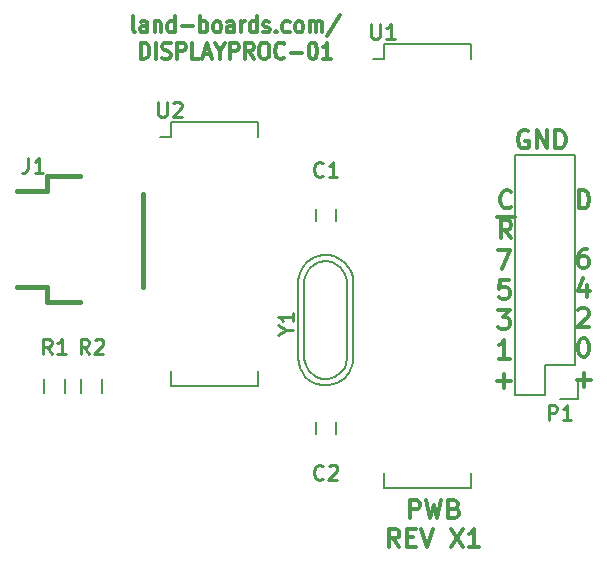
<source format=gto>
G04 #@! TF.FileFunction,Legend,Top*
%FSLAX46Y46*%
G04 Gerber Fmt 4.6, Leading zero omitted, Abs format (unit mm)*
G04 Created by KiCad (PCBNEW (after 2015-mar-04 BZR unknown)-product) date 11/11/2016 2:11:17 PM*
%MOMM*%
G01*
G04 APERTURE LIST*
%ADD10C,0.150000*%
%ADD11C,0.304800*%
%ADD12C,0.381000*%
%ADD13C,0.254000*%
G04 APERTURE END LIST*
D10*
D11*
X196813714Y-102035429D02*
X196305714Y-101309714D01*
X195942857Y-102035429D02*
X195942857Y-100511429D01*
X196523429Y-100511429D01*
X196668571Y-100584000D01*
X196741143Y-100656571D01*
X196813714Y-100801714D01*
X196813714Y-101019429D01*
X196741143Y-101164571D01*
X196668571Y-101237143D01*
X196523429Y-101309714D01*
X195942857Y-101309714D01*
X195580000Y-100248720D02*
X197104000Y-100248720D01*
X202546857Y-99495429D02*
X202546857Y-97971429D01*
X202909714Y-97971429D01*
X203127429Y-98044000D01*
X203272571Y-98189143D01*
X203345143Y-98334286D01*
X203417714Y-98624571D01*
X203417714Y-98842286D01*
X203345143Y-99132571D01*
X203272571Y-99277714D01*
X203127429Y-99422857D01*
X202909714Y-99495429D01*
X202546857Y-99495429D01*
X195685834Y-103042055D02*
X196744167Y-103042055D01*
X196063810Y-104629555D01*
X196592977Y-105569355D02*
X195837024Y-105569355D01*
X195761429Y-106325307D01*
X195837024Y-106249712D01*
X195988215Y-106174117D01*
X196366191Y-106174117D01*
X196517381Y-106249712D01*
X196592977Y-106325307D01*
X196668572Y-106476498D01*
X196668572Y-106854474D01*
X196592977Y-107005664D01*
X196517381Y-107081260D01*
X196366191Y-107156855D01*
X195988215Y-107156855D01*
X195837024Y-107081260D01*
X195761429Y-107005664D01*
X195685834Y-108096655D02*
X196668572Y-108096655D01*
X196139405Y-108701417D01*
X196366191Y-108701417D01*
X196517381Y-108777012D01*
X196592977Y-108852607D01*
X196668572Y-109003798D01*
X196668572Y-109381774D01*
X196592977Y-109532964D01*
X196517381Y-109608560D01*
X196366191Y-109684155D01*
X195912619Y-109684155D01*
X195761429Y-109608560D01*
X195685834Y-109532964D01*
X196668572Y-112211455D02*
X195761429Y-112211455D01*
X196215000Y-112211455D02*
X196215000Y-110623955D01*
X196063810Y-110850740D01*
X195912619Y-111001931D01*
X195761429Y-111077526D01*
X195610238Y-114133993D02*
X196819762Y-114133993D01*
X196215000Y-114738755D02*
X196215000Y-113529231D01*
X203248381Y-102915055D02*
X202946000Y-102915055D01*
X202794810Y-102990650D01*
X202719215Y-103066245D01*
X202568024Y-103293031D01*
X202492429Y-103595412D01*
X202492429Y-104200174D01*
X202568024Y-104351364D01*
X202643619Y-104426960D01*
X202794810Y-104502555D01*
X203097191Y-104502555D01*
X203248381Y-104426960D01*
X203323977Y-104351364D01*
X203399572Y-104200174D01*
X203399572Y-103822198D01*
X203323977Y-103671007D01*
X203248381Y-103595412D01*
X203097191Y-103519817D01*
X202794810Y-103519817D01*
X202643619Y-103595412D01*
X202568024Y-103671007D01*
X202492429Y-103822198D01*
X203248381Y-105971521D02*
X203248381Y-107029855D01*
X202870405Y-105366760D02*
X202492429Y-106500688D01*
X203475167Y-106500688D01*
X202492429Y-108120845D02*
X202568024Y-108045250D01*
X202719215Y-107969655D01*
X203097191Y-107969655D01*
X203248381Y-108045250D01*
X203323977Y-108120845D01*
X203399572Y-108272036D01*
X203399572Y-108423226D01*
X203323977Y-108650012D01*
X202416834Y-109557155D01*
X203399572Y-109557155D01*
X202870405Y-110496955D02*
X203021596Y-110496955D01*
X203172786Y-110572550D01*
X203248381Y-110648145D01*
X203323977Y-110799336D01*
X203399572Y-111101717D01*
X203399572Y-111479693D01*
X203323977Y-111782074D01*
X203248381Y-111933264D01*
X203172786Y-112008860D01*
X203021596Y-112084455D01*
X202870405Y-112084455D01*
X202719215Y-112008860D01*
X202643619Y-111933264D01*
X202568024Y-111782074D01*
X202492429Y-111479693D01*
X202492429Y-111101717D01*
X202568024Y-110799336D01*
X202643619Y-110648145D01*
X202719215Y-110572550D01*
X202870405Y-110496955D01*
X202341238Y-114006993D02*
X203550762Y-114006993D01*
X202946000Y-114611755D02*
X202946000Y-113402231D01*
X196813714Y-99350286D02*
X196741143Y-99422857D01*
X196523429Y-99495429D01*
X196378286Y-99495429D01*
X196160571Y-99422857D01*
X196015429Y-99277714D01*
X195942857Y-99132571D01*
X195870286Y-98842286D01*
X195870286Y-98624571D01*
X195942857Y-98334286D01*
X196015429Y-98189143D01*
X196160571Y-98044000D01*
X196378286Y-97971429D01*
X196523429Y-97971429D01*
X196741143Y-98044000D01*
X196813714Y-98116571D01*
X198228858Y-92964000D02*
X198083715Y-92891429D01*
X197866001Y-92891429D01*
X197648286Y-92964000D01*
X197503144Y-93109143D01*
X197430572Y-93254286D01*
X197358001Y-93544571D01*
X197358001Y-93762286D01*
X197430572Y-94052571D01*
X197503144Y-94197714D01*
X197648286Y-94342857D01*
X197866001Y-94415429D01*
X198011144Y-94415429D01*
X198228858Y-94342857D01*
X198301429Y-94270286D01*
X198301429Y-93762286D01*
X198011144Y-93762286D01*
X198954572Y-94415429D02*
X198954572Y-92891429D01*
X199825429Y-94415429D01*
X199825429Y-92891429D01*
X200551143Y-94415429D02*
X200551143Y-92891429D01*
X200914000Y-92891429D01*
X201131715Y-92964000D01*
X201276857Y-93109143D01*
X201349429Y-93254286D01*
X201422000Y-93544571D01*
X201422000Y-93762286D01*
X201349429Y-94052571D01*
X201276857Y-94197714D01*
X201131715Y-94342857D01*
X200914000Y-94415429D01*
X200551143Y-94415429D01*
X164985095Y-84591676D02*
X164864142Y-84525152D01*
X164803666Y-84392105D01*
X164803666Y-83194676D01*
X166013190Y-84591676D02*
X166013190Y-83859914D01*
X165952713Y-83726867D01*
X165831761Y-83660343D01*
X165589856Y-83660343D01*
X165468904Y-83726867D01*
X166013190Y-84525152D02*
X165892237Y-84591676D01*
X165589856Y-84591676D01*
X165468904Y-84525152D01*
X165408428Y-84392105D01*
X165408428Y-84259057D01*
X165468904Y-84126010D01*
X165589856Y-84059486D01*
X165892237Y-84059486D01*
X166013190Y-83992962D01*
X166617952Y-83660343D02*
X166617952Y-84591676D01*
X166617952Y-83793390D02*
X166678428Y-83726867D01*
X166799381Y-83660343D01*
X166980809Y-83660343D01*
X167101761Y-83726867D01*
X167162238Y-83859914D01*
X167162238Y-84591676D01*
X168311286Y-84591676D02*
X168311286Y-83194676D01*
X168311286Y-84525152D02*
X168190333Y-84591676D01*
X167948429Y-84591676D01*
X167827476Y-84525152D01*
X167767000Y-84458629D01*
X167706524Y-84325581D01*
X167706524Y-83926438D01*
X167767000Y-83793390D01*
X167827476Y-83726867D01*
X167948429Y-83660343D01*
X168190333Y-83660343D01*
X168311286Y-83726867D01*
X168916048Y-84059486D02*
X169883667Y-84059486D01*
X170488429Y-84591676D02*
X170488429Y-83194676D01*
X170488429Y-83726867D02*
X170609381Y-83660343D01*
X170851286Y-83660343D01*
X170972238Y-83726867D01*
X171032715Y-83793390D01*
X171093191Y-83926438D01*
X171093191Y-84325581D01*
X171032715Y-84458629D01*
X170972238Y-84525152D01*
X170851286Y-84591676D01*
X170609381Y-84591676D01*
X170488429Y-84525152D01*
X171818906Y-84591676D02*
X171697953Y-84525152D01*
X171637477Y-84458629D01*
X171577001Y-84325581D01*
X171577001Y-83926438D01*
X171637477Y-83793390D01*
X171697953Y-83726867D01*
X171818906Y-83660343D01*
X172000334Y-83660343D01*
X172121286Y-83726867D01*
X172181763Y-83793390D01*
X172242239Y-83926438D01*
X172242239Y-84325581D01*
X172181763Y-84458629D01*
X172121286Y-84525152D01*
X172000334Y-84591676D01*
X171818906Y-84591676D01*
X173330811Y-84591676D02*
X173330811Y-83859914D01*
X173270334Y-83726867D01*
X173149382Y-83660343D01*
X172907477Y-83660343D01*
X172786525Y-83726867D01*
X173330811Y-84525152D02*
X173209858Y-84591676D01*
X172907477Y-84591676D01*
X172786525Y-84525152D01*
X172726049Y-84392105D01*
X172726049Y-84259057D01*
X172786525Y-84126010D01*
X172907477Y-84059486D01*
X173209858Y-84059486D01*
X173330811Y-83992962D01*
X173935573Y-84591676D02*
X173935573Y-83660343D01*
X173935573Y-83926438D02*
X173996049Y-83793390D01*
X174056525Y-83726867D01*
X174177478Y-83660343D01*
X174298430Y-83660343D01*
X175266049Y-84591676D02*
X175266049Y-83194676D01*
X175266049Y-84525152D02*
X175145096Y-84591676D01*
X174903192Y-84591676D01*
X174782239Y-84525152D01*
X174721763Y-84458629D01*
X174661287Y-84325581D01*
X174661287Y-83926438D01*
X174721763Y-83793390D01*
X174782239Y-83726867D01*
X174903192Y-83660343D01*
X175145096Y-83660343D01*
X175266049Y-83726867D01*
X175810335Y-84525152D02*
X175931287Y-84591676D01*
X176173192Y-84591676D01*
X176294144Y-84525152D01*
X176354620Y-84392105D01*
X176354620Y-84325581D01*
X176294144Y-84192533D01*
X176173192Y-84126010D01*
X175991763Y-84126010D01*
X175870811Y-84059486D01*
X175810335Y-83926438D01*
X175810335Y-83859914D01*
X175870811Y-83726867D01*
X175991763Y-83660343D01*
X176173192Y-83660343D01*
X176294144Y-83726867D01*
X176898906Y-84458629D02*
X176959382Y-84525152D01*
X176898906Y-84591676D01*
X176838430Y-84525152D01*
X176898906Y-84458629D01*
X176898906Y-84591676D01*
X178047954Y-84525152D02*
X177927001Y-84591676D01*
X177685097Y-84591676D01*
X177564144Y-84525152D01*
X177503668Y-84458629D01*
X177443192Y-84325581D01*
X177443192Y-83926438D01*
X177503668Y-83793390D01*
X177564144Y-83726867D01*
X177685097Y-83660343D01*
X177927001Y-83660343D01*
X178047954Y-83726867D01*
X178773668Y-84591676D02*
X178652715Y-84525152D01*
X178592239Y-84458629D01*
X178531763Y-84325581D01*
X178531763Y-83926438D01*
X178592239Y-83793390D01*
X178652715Y-83726867D01*
X178773668Y-83660343D01*
X178955096Y-83660343D01*
X179076048Y-83726867D01*
X179136525Y-83793390D01*
X179197001Y-83926438D01*
X179197001Y-84325581D01*
X179136525Y-84458629D01*
X179076048Y-84525152D01*
X178955096Y-84591676D01*
X178773668Y-84591676D01*
X179741287Y-84591676D02*
X179741287Y-83660343D01*
X179741287Y-83793390D02*
X179801763Y-83726867D01*
X179922716Y-83660343D01*
X180104144Y-83660343D01*
X180225096Y-83726867D01*
X180285573Y-83859914D01*
X180285573Y-84591676D01*
X180285573Y-83859914D02*
X180346049Y-83726867D01*
X180467001Y-83660343D01*
X180648430Y-83660343D01*
X180769382Y-83726867D01*
X180829858Y-83859914D01*
X180829858Y-84591676D01*
X182341763Y-83128152D02*
X181253191Y-84924295D01*
X165438667Y-86852276D02*
X165438667Y-85455276D01*
X165741048Y-85455276D01*
X165922476Y-85521800D01*
X166043429Y-85654848D01*
X166103905Y-85787895D01*
X166164381Y-86053990D01*
X166164381Y-86253562D01*
X166103905Y-86519657D01*
X166043429Y-86652705D01*
X165922476Y-86785752D01*
X165741048Y-86852276D01*
X165438667Y-86852276D01*
X166708667Y-86852276D02*
X166708667Y-85455276D01*
X167252953Y-86785752D02*
X167434381Y-86852276D01*
X167736762Y-86852276D01*
X167857715Y-86785752D01*
X167918191Y-86719229D01*
X167978667Y-86586181D01*
X167978667Y-86453133D01*
X167918191Y-86320086D01*
X167857715Y-86253562D01*
X167736762Y-86187038D01*
X167494858Y-86120514D01*
X167373905Y-86053990D01*
X167313429Y-85987467D01*
X167252953Y-85854419D01*
X167252953Y-85721371D01*
X167313429Y-85588324D01*
X167373905Y-85521800D01*
X167494858Y-85455276D01*
X167797238Y-85455276D01*
X167978667Y-85521800D01*
X168522953Y-86852276D02*
X168522953Y-85455276D01*
X169006762Y-85455276D01*
X169127715Y-85521800D01*
X169188191Y-85588324D01*
X169248667Y-85721371D01*
X169248667Y-85920943D01*
X169188191Y-86053990D01*
X169127715Y-86120514D01*
X169006762Y-86187038D01*
X168522953Y-86187038D01*
X170397715Y-86852276D02*
X169792953Y-86852276D01*
X169792953Y-85455276D01*
X170760572Y-86453133D02*
X171365334Y-86453133D01*
X170639619Y-86852276D02*
X171062953Y-85455276D01*
X171486286Y-86852276D01*
X172151524Y-86187038D02*
X172151524Y-86852276D01*
X171728190Y-85455276D02*
X172151524Y-86187038D01*
X172574857Y-85455276D01*
X172998190Y-86852276D02*
X172998190Y-85455276D01*
X173481999Y-85455276D01*
X173602952Y-85521800D01*
X173663428Y-85588324D01*
X173723904Y-85721371D01*
X173723904Y-85920943D01*
X173663428Y-86053990D01*
X173602952Y-86120514D01*
X173481999Y-86187038D01*
X172998190Y-86187038D01*
X174993904Y-86852276D02*
X174570571Y-86187038D01*
X174268190Y-86852276D02*
X174268190Y-85455276D01*
X174751999Y-85455276D01*
X174872952Y-85521800D01*
X174933428Y-85588324D01*
X174993904Y-85721371D01*
X174993904Y-85920943D01*
X174933428Y-86053990D01*
X174872952Y-86120514D01*
X174751999Y-86187038D01*
X174268190Y-86187038D01*
X175780095Y-85455276D02*
X176021999Y-85455276D01*
X176142952Y-85521800D01*
X176263904Y-85654848D01*
X176324380Y-85920943D01*
X176324380Y-86386610D01*
X176263904Y-86652705D01*
X176142952Y-86785752D01*
X176021999Y-86852276D01*
X175780095Y-86852276D01*
X175659142Y-86785752D01*
X175538190Y-86652705D01*
X175477714Y-86386610D01*
X175477714Y-85920943D01*
X175538190Y-85654848D01*
X175659142Y-85521800D01*
X175780095Y-85455276D01*
X177594380Y-86719229D02*
X177533904Y-86785752D01*
X177352475Y-86852276D01*
X177231523Y-86852276D01*
X177050095Y-86785752D01*
X176929142Y-86652705D01*
X176868666Y-86519657D01*
X176808190Y-86253562D01*
X176808190Y-86053990D01*
X176868666Y-85787895D01*
X176929142Y-85654848D01*
X177050095Y-85521800D01*
X177231523Y-85455276D01*
X177352475Y-85455276D01*
X177533904Y-85521800D01*
X177594380Y-85588324D01*
X178138666Y-86320086D02*
X179106285Y-86320086D01*
X179952952Y-85455276D02*
X180073904Y-85455276D01*
X180194856Y-85521800D01*
X180255333Y-85588324D01*
X180315809Y-85721371D01*
X180376285Y-85987467D01*
X180376285Y-86320086D01*
X180315809Y-86586181D01*
X180255333Y-86719229D01*
X180194856Y-86785752D01*
X180073904Y-86852276D01*
X179952952Y-86852276D01*
X179831999Y-86785752D01*
X179771523Y-86719229D01*
X179711047Y-86586181D01*
X179650571Y-86320086D01*
X179650571Y-85987467D01*
X179711047Y-85721371D01*
X179771523Y-85588324D01*
X179831999Y-85521800D01*
X179952952Y-85455276D01*
X181585809Y-86852276D02*
X180860095Y-86852276D01*
X181222952Y-86852276D02*
X181222952Y-85455276D01*
X181102000Y-85654848D01*
X180981047Y-85787895D01*
X180860095Y-85854419D01*
X188214000Y-125708229D02*
X188214000Y-124184229D01*
X188794572Y-124184229D01*
X188939714Y-124256800D01*
X189012286Y-124329371D01*
X189084857Y-124474514D01*
X189084857Y-124692229D01*
X189012286Y-124837371D01*
X188939714Y-124909943D01*
X188794572Y-124982514D01*
X188214000Y-124982514D01*
X189592857Y-124184229D02*
X189955714Y-125708229D01*
X190246000Y-124619657D01*
X190536286Y-125708229D01*
X190899143Y-124184229D01*
X191987714Y-124909943D02*
X192205428Y-124982514D01*
X192278000Y-125055086D01*
X192350571Y-125200229D01*
X192350571Y-125417943D01*
X192278000Y-125563086D01*
X192205428Y-125635657D01*
X192060286Y-125708229D01*
X191479714Y-125708229D01*
X191479714Y-124184229D01*
X191987714Y-124184229D01*
X192132857Y-124256800D01*
X192205428Y-124329371D01*
X192278000Y-124474514D01*
X192278000Y-124619657D01*
X192205428Y-124764800D01*
X192132857Y-124837371D01*
X191987714Y-124909943D01*
X191479714Y-124909943D01*
X187343142Y-128146629D02*
X186835142Y-127420914D01*
X186472285Y-128146629D02*
X186472285Y-126622629D01*
X187052857Y-126622629D01*
X187197999Y-126695200D01*
X187270571Y-126767771D01*
X187343142Y-126912914D01*
X187343142Y-127130629D01*
X187270571Y-127275771D01*
X187197999Y-127348343D01*
X187052857Y-127420914D01*
X186472285Y-127420914D01*
X187996285Y-127348343D02*
X188504285Y-127348343D01*
X188721999Y-128146629D02*
X187996285Y-128146629D01*
X187996285Y-126622629D01*
X188721999Y-126622629D01*
X189157428Y-126622629D02*
X189665428Y-128146629D01*
X190173428Y-126622629D01*
X191697428Y-126622629D02*
X192713428Y-128146629D01*
X192713428Y-126622629D02*
X191697428Y-128146629D01*
X194092286Y-128146629D02*
X193221429Y-128146629D01*
X193656857Y-128146629D02*
X193656857Y-126622629D01*
X193511714Y-126840343D01*
X193366572Y-126985486D01*
X193221429Y-127058057D01*
D10*
X180252000Y-99576000D02*
X180252000Y-100576000D01*
X181952000Y-100576000D02*
X181952000Y-99576000D01*
X181952000Y-118610000D02*
X181952000Y-117610000D01*
X180252000Y-117610000D02*
X180252000Y-118610000D01*
X197104000Y-94996000D02*
X197104000Y-115316000D01*
X202184000Y-112776000D02*
X202184000Y-94996000D01*
X197104000Y-94996000D02*
X202184000Y-94996000D01*
X197104000Y-115316000D02*
X199644000Y-115316000D01*
X200914000Y-115596000D02*
X202464000Y-115596000D01*
X199644000Y-115316000D02*
X199644000Y-112776000D01*
X199644000Y-112776000D02*
X202184000Y-112776000D01*
X202464000Y-115596000D02*
X202464000Y-114046000D01*
X157240000Y-115154000D02*
X157240000Y-113954000D01*
X158990000Y-113954000D02*
X158990000Y-115154000D01*
X160415000Y-115154000D02*
X160415000Y-113954000D01*
X162165000Y-113954000D02*
X162165000Y-115154000D01*
X186063000Y-85589000D02*
X186063000Y-86859000D01*
X193413000Y-85589000D02*
X193413000Y-86859000D01*
X193413000Y-123199000D02*
X193413000Y-121929000D01*
X186063000Y-123199000D02*
X186063000Y-121929000D01*
X186063000Y-85589000D02*
X193413000Y-85589000D01*
X186063000Y-123199000D02*
X193413000Y-123199000D01*
X186063000Y-86859000D02*
X185128000Y-86859000D01*
X168029000Y-92193000D02*
X168029000Y-93463000D01*
X175379000Y-92193000D02*
X175379000Y-93463000D01*
X175379000Y-114563000D02*
X175379000Y-113293000D01*
X168029000Y-114563000D02*
X168029000Y-113293000D01*
X168029000Y-92193000D02*
X175379000Y-92193000D01*
X168029000Y-114563000D02*
X175379000Y-114563000D01*
X168029000Y-93463000D02*
X167094000Y-93463000D01*
X180101240Y-104267000D02*
X180502560Y-104066340D01*
X180502560Y-104066340D02*
X181102000Y-103964740D01*
X181102000Y-103964740D02*
X181602380Y-104066340D01*
X181602380Y-104066340D02*
X182300880Y-104465120D01*
X182300880Y-104465120D02*
X182702200Y-105067100D01*
X182702200Y-105067100D02*
X182902860Y-105666540D01*
X182902860Y-105666540D02*
X182902860Y-112265460D01*
X182902860Y-112265460D02*
X182702200Y-112966500D01*
X182702200Y-112966500D02*
X182402480Y-113365280D01*
X182402480Y-113365280D02*
X181902100Y-113766600D01*
X181902100Y-113766600D02*
X181302660Y-113967260D01*
X181302660Y-113967260D02*
X180802280Y-113967260D01*
X180802280Y-113967260D02*
X180301900Y-113766600D01*
X180301900Y-113766600D02*
X179702460Y-113266220D01*
X179702460Y-113266220D02*
X179402740Y-112765840D01*
X179402740Y-112765840D02*
X179301140Y-112265460D01*
X179301140Y-112166400D02*
X179301140Y-105564940D01*
X179301140Y-105564940D02*
X179402740Y-105166160D01*
X179402740Y-105166160D02*
X179702460Y-104665780D01*
X179702460Y-104665780D02*
X180202840Y-104165400D01*
X178772820Y-112156240D02*
X178821080Y-112615980D01*
X178821080Y-112615980D02*
X178932840Y-113014760D01*
X178932840Y-113014760D02*
X179151280Y-113446560D01*
X179151280Y-113446560D02*
X179382420Y-113736120D01*
X179382420Y-113736120D02*
X179732940Y-114066320D01*
X179732940Y-114066320D02*
X180271420Y-114355880D01*
X180271420Y-114355880D02*
X180870860Y-114485420D01*
X180870860Y-114485420D02*
X181381400Y-114485420D01*
X181381400Y-114485420D02*
X182082440Y-114315240D01*
X182082440Y-114315240D02*
X182671720Y-113916460D01*
X182671720Y-113916460D02*
X183042560Y-113456720D01*
X183042560Y-113456720D02*
X183250840Y-113035080D01*
X183250840Y-113035080D02*
X183410860Y-112585500D01*
X183410860Y-112585500D02*
X183441340Y-112146080D01*
X183222900Y-104805480D02*
X183001920Y-104427020D01*
X183001920Y-104427020D02*
X182722520Y-104106980D01*
X182722520Y-104106980D02*
X182392320Y-103855520D01*
X182392320Y-103855520D02*
X181841140Y-103555800D01*
X181841140Y-103555800D02*
X181371240Y-103446580D01*
X181371240Y-103446580D02*
X180911500Y-103426260D01*
X180911500Y-103426260D02*
X180451760Y-103515160D01*
X180451760Y-103515160D02*
X180002180Y-103705660D01*
X180002180Y-103705660D02*
X179532280Y-104066340D01*
X179532280Y-104066340D02*
X179212240Y-104416860D01*
X179212240Y-104416860D02*
X178981100Y-104805480D01*
X178981100Y-104805480D02*
X178841400Y-105234740D01*
X178841400Y-105234740D02*
X178772820Y-105676700D01*
X183431180Y-112166400D02*
X183431180Y-105714800D01*
X183431180Y-105714800D02*
X183393080Y-105295700D01*
X183393080Y-105295700D02*
X183222900Y-104805480D01*
X178772820Y-112166400D02*
X178772820Y-105714800D01*
D12*
X165608000Y-105918000D02*
X165608000Y-106172000D01*
X165608000Y-99568000D02*
X165608000Y-98298000D01*
X160274000Y-96774000D02*
X157480000Y-96774000D01*
X157480000Y-96774000D02*
X157480000Y-98044000D01*
X157480000Y-98044000D02*
X154940000Y-98044000D01*
X160274000Y-107442000D02*
X157480000Y-107442000D01*
X157480000Y-107442000D02*
X157480000Y-106172000D01*
X157480000Y-106172000D02*
X154940000Y-106172000D01*
X165608000Y-105918000D02*
X165608000Y-99568000D01*
D13*
X180890333Y-96719571D02*
X180829857Y-96780048D01*
X180648428Y-96840524D01*
X180527476Y-96840524D01*
X180346048Y-96780048D01*
X180225095Y-96659095D01*
X180164619Y-96538143D01*
X180104143Y-96296238D01*
X180104143Y-96114810D01*
X180164619Y-95872905D01*
X180225095Y-95751952D01*
X180346048Y-95631000D01*
X180527476Y-95570524D01*
X180648428Y-95570524D01*
X180829857Y-95631000D01*
X180890333Y-95691476D01*
X182099857Y-96840524D02*
X181374143Y-96840524D01*
X181737000Y-96840524D02*
X181737000Y-95570524D01*
X181616048Y-95751952D01*
X181495095Y-95872905D01*
X181374143Y-95933381D01*
X180890333Y-122373571D02*
X180829857Y-122434048D01*
X180648428Y-122494524D01*
X180527476Y-122494524D01*
X180346048Y-122434048D01*
X180225095Y-122313095D01*
X180164619Y-122192143D01*
X180104143Y-121950238D01*
X180104143Y-121768810D01*
X180164619Y-121526905D01*
X180225095Y-121405952D01*
X180346048Y-121285000D01*
X180527476Y-121224524D01*
X180648428Y-121224524D01*
X180829857Y-121285000D01*
X180890333Y-121345476D01*
X181374143Y-121345476D02*
X181434619Y-121285000D01*
X181555571Y-121224524D01*
X181857952Y-121224524D01*
X181978905Y-121285000D01*
X182039381Y-121345476D01*
X182099857Y-121466429D01*
X182099857Y-121587381D01*
X182039381Y-121768810D01*
X181313667Y-122494524D01*
X182099857Y-122494524D01*
X199976619Y-117414524D02*
X199976619Y-116144524D01*
X200460428Y-116144524D01*
X200581381Y-116205000D01*
X200641857Y-116265476D01*
X200702333Y-116386429D01*
X200702333Y-116567857D01*
X200641857Y-116688810D01*
X200581381Y-116749286D01*
X200460428Y-116809762D01*
X199976619Y-116809762D01*
X201911857Y-117414524D02*
X201186143Y-117414524D01*
X201549000Y-117414524D02*
X201549000Y-116144524D01*
X201428048Y-116325952D01*
X201307095Y-116446905D01*
X201186143Y-116507381D01*
X157903333Y-111826524D02*
X157480000Y-111221762D01*
X157177619Y-111826524D02*
X157177619Y-110556524D01*
X157661428Y-110556524D01*
X157782381Y-110617000D01*
X157842857Y-110677476D01*
X157903333Y-110798429D01*
X157903333Y-110979857D01*
X157842857Y-111100810D01*
X157782381Y-111161286D01*
X157661428Y-111221762D01*
X157177619Y-111221762D01*
X159112857Y-111826524D02*
X158387143Y-111826524D01*
X158750000Y-111826524D02*
X158750000Y-110556524D01*
X158629048Y-110737952D01*
X158508095Y-110858905D01*
X158387143Y-110919381D01*
X161078333Y-111826524D02*
X160655000Y-111221762D01*
X160352619Y-111826524D02*
X160352619Y-110556524D01*
X160836428Y-110556524D01*
X160957381Y-110617000D01*
X161017857Y-110677476D01*
X161078333Y-110798429D01*
X161078333Y-110979857D01*
X161017857Y-111100810D01*
X160957381Y-111161286D01*
X160836428Y-111221762D01*
X160352619Y-111221762D01*
X161562143Y-110677476D02*
X161622619Y-110617000D01*
X161743571Y-110556524D01*
X162045952Y-110556524D01*
X162166905Y-110617000D01*
X162227381Y-110677476D01*
X162287857Y-110798429D01*
X162287857Y-110919381D01*
X162227381Y-111100810D01*
X161501667Y-111826524D01*
X162287857Y-111826524D01*
X184960381Y-83886524D02*
X184960381Y-84914619D01*
X185020857Y-85035571D01*
X185081333Y-85096048D01*
X185202286Y-85156524D01*
X185444190Y-85156524D01*
X185565143Y-85096048D01*
X185625619Y-85035571D01*
X185686095Y-84914619D01*
X185686095Y-83886524D01*
X186956095Y-85156524D02*
X186230381Y-85156524D01*
X186593238Y-85156524D02*
X186593238Y-83886524D01*
X186472286Y-84067952D01*
X186351333Y-84188905D01*
X186230381Y-84249381D01*
X166926381Y-90490524D02*
X166926381Y-91518619D01*
X166986857Y-91639571D01*
X167047333Y-91700048D01*
X167168286Y-91760524D01*
X167410190Y-91760524D01*
X167531143Y-91700048D01*
X167591619Y-91639571D01*
X167652095Y-91518619D01*
X167652095Y-90490524D01*
X168196381Y-90611476D02*
X168256857Y-90551000D01*
X168377809Y-90490524D01*
X168680190Y-90490524D01*
X168801143Y-90551000D01*
X168861619Y-90611476D01*
X168922095Y-90732429D01*
X168922095Y-90853381D01*
X168861619Y-91034810D01*
X168135905Y-91760524D01*
X168922095Y-91760524D01*
X177769762Y-109824761D02*
X178374524Y-109824761D01*
X177104524Y-110248095D02*
X177769762Y-109824761D01*
X177104524Y-109401428D01*
X178374524Y-108312857D02*
X178374524Y-109038571D01*
X178374524Y-108675714D02*
X177104524Y-108675714D01*
X177285952Y-108796666D01*
X177406905Y-108917619D01*
X177467381Y-109038571D01*
X155913667Y-95189524D02*
X155913667Y-96096667D01*
X155853191Y-96278095D01*
X155732239Y-96399048D01*
X155550810Y-96459524D01*
X155429858Y-96459524D01*
X157183667Y-96459524D02*
X156457953Y-96459524D01*
X156820810Y-96459524D02*
X156820810Y-95189524D01*
X156699858Y-95370952D01*
X156578905Y-95491905D01*
X156457953Y-95552381D01*
M02*

</source>
